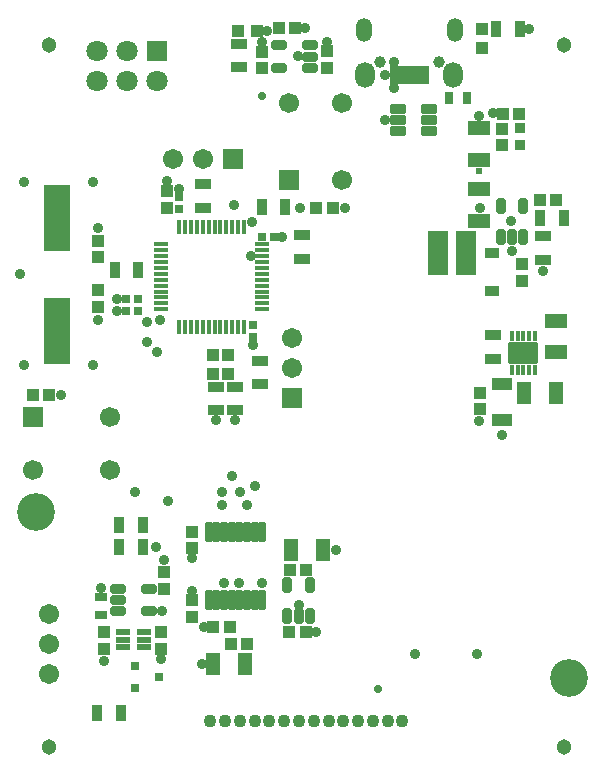
<source format=gbr>
%TF.GenerationSoftware,Altium Limited,Altium Designer,21.6.4 (81)*%
G04 Layer_Color=8388736*
%FSLAX43Y43*%
%MOMM*%
%TF.SameCoordinates,B20EAAAA-7FFA-483C-807E-B1D6702B97A4*%
%TF.FilePolarity,Negative*%
%TF.FileFunction,Soldermask,Top*%
%TF.Part,Single*%
G01*
G75*
%TA.AperFunction,SMDPad,CuDef*%
%ADD23R,1.219X0.914*%
%TA.AperFunction,ComponentPad*%
%ADD62C,1.701*%
%ADD63R,1.701X1.701*%
%ADD64C,1.103*%
%ADD65O,1.653X2.203*%
%ADD66O,1.353X2.003*%
%ADD67C,1.003*%
%ADD68R,1.803X1.803*%
%ADD69C,1.803*%
%TA.AperFunction,WasherPad*%
%ADD70C,1.303*%
%TA.AperFunction,ComponentPad*%
%ADD71C,1.703*%
%ADD72R,1.701X1.701*%
%ADD73R,1.703X1.703*%
%ADD74R,1.703X1.703*%
%TA.AperFunction,ViaPad*%
%ADD76C,0.903*%
%ADD77C,3.203*%
%TA.AperFunction,SMDPad,CuDef*%
%ADD78C,0.703*%
%ADD79R,0.903X1.453*%
%ADD80R,1.003X1.103*%
%ADD81R,1.453X0.903*%
%ADD82R,1.003X1.003*%
G04:AMPARAMS|DCode=83|XSize=1.853mm|YSize=2.583mm|CornerRadius=0.225mm|HoleSize=0mm|Usage=FLASHONLY|Rotation=90.000|XOffset=0mm|YOffset=0mm|HoleType=Round|Shape=RoundedRectangle|*
%AMROUNDEDRECTD83*
21,1,1.853,2.133,0,0,90.0*
21,1,1.403,2.583,0,0,90.0*
1,1,0.451,1.066,0.701*
1,1,0.451,1.066,-0.701*
1,1,0.451,-1.066,-0.701*
1,1,0.451,-1.066,0.701*
%
%ADD83ROUNDEDRECTD83*%
%ADD84R,0.453X0.903*%
%ADD85R,0.703X1.003*%
%ADD86R,1.803X1.053*%
%ADD87R,1.203X0.403*%
%ADD88R,0.403X1.203*%
%ADD89R,0.803X0.703*%
%ADD90R,1.103X1.003*%
%ADD91R,1.903X1.303*%
%ADD92R,1.303X1.903*%
G04:AMPARAMS|DCode=93|XSize=1.303mm|YSize=0.803mm|CornerRadius=0.123mm|HoleSize=0mm|Usage=FLASHONLY|Rotation=270.000|XOffset=0mm|YOffset=0mm|HoleType=Round|Shape=RoundedRectangle|*
%AMROUNDEDRECTD93*
21,1,1.303,0.558,0,0,270.0*
21,1,1.058,0.803,0,0,270.0*
1,1,0.245,-0.279,-0.529*
1,1,0.245,-0.279,0.529*
1,1,0.245,0.279,0.529*
1,1,0.245,0.279,-0.529*
%
%ADD93ROUNDEDRECTD93*%
%ADD94R,0.603X0.603*%
%TA.AperFunction,ConnectorPad*%
%ADD95R,0.653X1.503*%
%TA.AperFunction,SMDPad,CuDef*%
G04:AMPARAMS|DCode=96|XSize=0.44mm|YSize=1.14mm|CornerRadius=0mm|HoleSize=0mm|Usage=FLASHONLY|Rotation=90.000|XOffset=0mm|YOffset=0mm|HoleType=Round|Shape=RoundedRectangle|*
%AMROUNDEDRECTD96*
21,1,0.440,1.140,0,0,90.0*
21,1,0.440,1.140,0,0,90.0*
1,1,0.000,0.570,0.220*
1,1,0.000,0.570,-0.220*
1,1,0.000,-0.570,-0.220*
1,1,0.000,-0.570,0.220*
%
%ADD96ROUNDEDRECTD96*%
G04:AMPARAMS|DCode=97|XSize=1.303mm|YSize=0.803mm|CornerRadius=0.123mm|HoleSize=0mm|Usage=FLASHONLY|Rotation=180.000|XOffset=0mm|YOffset=0mm|HoleType=Round|Shape=RoundedRectangle|*
%AMROUNDEDRECTD97*
21,1,1.303,0.558,0,0,180.0*
21,1,1.058,0.803,0,0,180.0*
1,1,0.245,-0.529,0.279*
1,1,0.245,0.529,0.279*
1,1,0.245,0.529,-0.279*
1,1,0.245,-0.529,-0.279*
%
%ADD97ROUNDEDRECTD97*%
%ADD98R,0.903X0.953*%
%ADD99R,1.803X3.703*%
G04:AMPARAMS|DCode=100|XSize=0.653mm|YSize=1.703mm|CornerRadius=0.135mm|HoleSize=0mm|Usage=FLASHONLY|Rotation=180.000|XOffset=0mm|YOffset=0mm|HoleType=Round|Shape=RoundedRectangle|*
%AMROUNDEDRECTD100*
21,1,0.653,1.433,0,0,180.0*
21,1,0.383,1.703,0,0,180.0*
1,1,0.271,-0.191,0.716*
1,1,0.271,0.191,0.716*
1,1,0.271,0.191,-0.716*
1,1,0.271,-0.191,-0.716*
%
%ADD100ROUNDEDRECTD100*%
%ADD101R,2.203X5.703*%
%ADD102R,1.003X0.703*%
G04:AMPARAMS|DCode=103|XSize=0.803mm|YSize=1.303mm|CornerRadius=0.117mm|HoleSize=0mm|Usage=FLASHONLY|Rotation=270.000|XOffset=0mm|YOffset=0mm|HoleType=Round|Shape=RoundedRectangle|*
%AMROUNDEDRECTD103*
21,1,0.803,1.070,0,0,270.0*
21,1,0.570,1.303,0,0,270.0*
1,1,0.233,-0.535,-0.285*
1,1,0.233,-0.535,0.285*
1,1,0.233,0.535,0.285*
1,1,0.233,0.535,-0.285*
%
%ADD103ROUNDEDRECTD103*%
%ADD104R,1.003X1.003*%
%ADD105R,0.703X0.803*%
D23*
X40750Y41712D02*
D03*
Y44988D02*
D03*
D62*
X23550Y57650D02*
D03*
X28050D02*
D03*
Y51150D02*
D03*
X1900Y26600D02*
D03*
X8400D02*
D03*
Y31100D02*
D03*
D63*
X23550Y51150D02*
D03*
D64*
X16900Y5350D02*
D03*
X18150D02*
D03*
X19400D02*
D03*
X20650D02*
D03*
X21900D02*
D03*
X23150D02*
D03*
X24400D02*
D03*
X25650D02*
D03*
X26900D02*
D03*
X28150D02*
D03*
X29400D02*
D03*
X30650D02*
D03*
X31900D02*
D03*
X33150D02*
D03*
D65*
X37475Y60050D02*
D03*
X30025D02*
D03*
D66*
X37625Y63850D02*
D03*
X29875D02*
D03*
D67*
X36250Y61100D02*
D03*
X31250D02*
D03*
D68*
X12400Y62040D02*
D03*
D69*
Y59500D02*
D03*
X9860Y62040D02*
D03*
Y59500D02*
D03*
X7320Y62040D02*
D03*
Y59500D02*
D03*
D70*
X3200Y62550D02*
D03*
Y3150D02*
D03*
X46800D02*
D03*
Y62550D02*
D03*
D71*
X3250Y14380D02*
D03*
Y11840D02*
D03*
Y9300D02*
D03*
X16240Y52950D02*
D03*
X13700D02*
D03*
X23800Y35210D02*
D03*
Y37750D02*
D03*
D72*
X1900Y31100D02*
D03*
D73*
X18780Y52950D02*
D03*
D74*
X23800Y32670D02*
D03*
D76*
X12600Y39300D02*
D03*
X18900Y49050D02*
D03*
X28300Y48750D02*
D03*
X24500Y48800D02*
D03*
X20400Y47550D02*
D03*
X18950Y30850D02*
D03*
X39650Y30700D02*
D03*
X41550Y29550D02*
D03*
X10550Y24750D02*
D03*
X21300Y17000D02*
D03*
X19350D02*
D03*
X18050D02*
D03*
X34200Y11050D02*
D03*
X39450D02*
D03*
X4250Y32950D02*
D03*
X7600Y16600D02*
D03*
X12750Y10600D02*
D03*
X12775Y14625D02*
D03*
X7850Y10400D02*
D03*
X13000Y18950D02*
D03*
X12300Y20050D02*
D03*
X12400Y36550D02*
D03*
X31700Y56200D02*
D03*
X20372Y44700D02*
D03*
X24400Y15175D02*
D03*
X19400Y24750D02*
D03*
X20650Y25200D02*
D03*
X18700Y26050D02*
D03*
X42450Y45150D02*
D03*
X39700Y48800D02*
D03*
X42350Y47700D02*
D03*
X42700Y36100D02*
D03*
X44100Y36900D02*
D03*
X39600Y56550D02*
D03*
X40800Y56800D02*
D03*
X44100Y36100D02*
D03*
X42700Y36900D02*
D03*
X45100Y43450D02*
D03*
X20500Y37150D02*
D03*
X16350Y13300D02*
D03*
X25850Y12850D02*
D03*
X27550Y19850D02*
D03*
X11500Y37450D02*
D03*
X24350Y61650D02*
D03*
X16150Y10150D02*
D03*
X21250Y62800D02*
D03*
X26800Y62850D02*
D03*
X24900Y64050D02*
D03*
X21650Y63800D02*
D03*
X32450Y58950D02*
D03*
X31700Y60050D02*
D03*
X32450Y61100D02*
D03*
X43850Y63900D02*
D03*
X23000Y46350D02*
D03*
X14275Y50425D02*
D03*
X13200Y51050D02*
D03*
X17350Y30850D02*
D03*
X750Y43200D02*
D03*
X7350Y39300D02*
D03*
X7000Y35450D02*
D03*
X1100D02*
D03*
X1150Y51000D02*
D03*
X6950D02*
D03*
X7350Y47100D02*
D03*
X15300Y19150D02*
D03*
Y16350D02*
D03*
X13286Y23964D02*
D03*
X20000Y23650D02*
D03*
X17900D02*
D03*
Y24750D02*
D03*
X11500Y39150D02*
D03*
X9000Y40050D02*
D03*
Y41100D02*
D03*
D77*
X47250Y9000D02*
D03*
X2150Y23050D02*
D03*
D78*
X21250Y58250D02*
D03*
X31100Y8050D02*
D03*
D79*
X21250Y48850D02*
D03*
X23250D02*
D03*
X7300Y6000D02*
D03*
X9300D02*
D03*
X9200Y21900D02*
D03*
X11200D02*
D03*
Y20050D02*
D03*
X9200D02*
D03*
X46800Y47900D02*
D03*
X44800D02*
D03*
X43100Y63900D02*
D03*
X41100D02*
D03*
X8800Y43500D02*
D03*
X10800D02*
D03*
D80*
X25850Y48800D02*
D03*
X27250D02*
D03*
X46200Y49450D02*
D03*
X44800D02*
D03*
X17150Y13300D02*
D03*
X18550D02*
D03*
X41650Y56750D02*
D03*
X43050D02*
D03*
X24950Y12900D02*
D03*
X23550D02*
D03*
X1850Y32950D02*
D03*
X3250D02*
D03*
X25000Y18150D02*
D03*
X23600D02*
D03*
X20000Y11850D02*
D03*
X18600D02*
D03*
X24100Y64050D02*
D03*
X22700D02*
D03*
D81*
X19000Y33650D02*
D03*
Y31650D02*
D03*
X40800Y38000D02*
D03*
Y36000D02*
D03*
X45100Y46400D02*
D03*
Y44400D02*
D03*
X16250Y48800D02*
D03*
Y50800D02*
D03*
X17350Y33650D02*
D03*
Y31650D02*
D03*
X19350Y62700D02*
D03*
Y60700D02*
D03*
X21100Y35850D02*
D03*
Y33850D02*
D03*
X24650Y46450D02*
D03*
Y44450D02*
D03*
D82*
X18400Y36300D02*
D03*
Y34700D02*
D03*
X39900Y63900D02*
D03*
Y62300D02*
D03*
X17150Y36300D02*
D03*
Y34700D02*
D03*
D83*
X43400Y36500D02*
D03*
D84*
Y35070D02*
D03*
X43900D02*
D03*
X44400D02*
D03*
X42900D02*
D03*
X42400D02*
D03*
Y37930D02*
D03*
X42900D02*
D03*
X44400D02*
D03*
X43900D02*
D03*
X43400D02*
D03*
D85*
X37100Y58100D02*
D03*
X38600D02*
D03*
D86*
X41550Y33875D02*
D03*
Y30825D02*
D03*
D87*
X21250Y45700D02*
D03*
X12750Y41700D02*
D03*
Y45700D02*
D03*
X21250Y43200D02*
D03*
Y41700D02*
D03*
Y44200D02*
D03*
Y43700D02*
D03*
X12750Y40200D02*
D03*
X21250D02*
D03*
Y41200D02*
D03*
Y40700D02*
D03*
X12750Y42700D02*
D03*
X21250Y44700D02*
D03*
X12750Y43200D02*
D03*
Y43700D02*
D03*
X21250Y42200D02*
D03*
X12750Y45200D02*
D03*
Y44700D02*
D03*
X21250Y42700D02*
D03*
X12750Y40700D02*
D03*
Y44200D02*
D03*
X21250Y45200D02*
D03*
X12750Y42200D02*
D03*
Y41200D02*
D03*
D88*
X19750Y38700D02*
D03*
X18750D02*
D03*
X15750Y47200D02*
D03*
X16750D02*
D03*
X18250Y38700D02*
D03*
X15250Y47200D02*
D03*
X14250D02*
D03*
X16750Y38700D02*
D03*
X14250D02*
D03*
X15750D02*
D03*
X16250D02*
D03*
X15250D02*
D03*
X19750Y47200D02*
D03*
X16250D02*
D03*
X14750Y38700D02*
D03*
X19250D02*
D03*
X17750D02*
D03*
X14750Y47200D02*
D03*
X17250Y38700D02*
D03*
X18250Y47200D02*
D03*
X18750D02*
D03*
X19250D02*
D03*
X17750D02*
D03*
X17250D02*
D03*
D89*
X10550Y8100D02*
D03*
Y10000D02*
D03*
X12550Y9050D02*
D03*
X9750Y41100D02*
D03*
X10750D02*
D03*
X9750Y40050D02*
D03*
X10750D02*
D03*
X21300Y46350D02*
D03*
X22300D02*
D03*
D90*
X7850Y12850D02*
D03*
Y11450D02*
D03*
X39700Y31750D02*
D03*
Y33150D02*
D03*
X41550Y55500D02*
D03*
Y54100D02*
D03*
X43300Y44000D02*
D03*
Y42600D02*
D03*
X15300Y21350D02*
D03*
Y19950D02*
D03*
X15300Y14150D02*
D03*
Y15550D02*
D03*
X13000Y17950D02*
D03*
Y16550D02*
D03*
X12750Y12850D02*
D03*
Y11450D02*
D03*
X13200Y50200D02*
D03*
Y48800D02*
D03*
X7350Y44600D02*
D03*
Y46000D02*
D03*
X7350Y41800D02*
D03*
Y40400D02*
D03*
X26800Y62050D02*
D03*
Y60650D02*
D03*
X21250Y62000D02*
D03*
Y60600D02*
D03*
D91*
X46200Y36550D02*
D03*
Y39250D02*
D03*
X39650Y52850D02*
D03*
Y55550D02*
D03*
X39675Y50400D02*
D03*
Y47700D02*
D03*
D92*
X46150Y33100D02*
D03*
X43450D02*
D03*
X23700Y19850D02*
D03*
X26400D02*
D03*
X17150Y10150D02*
D03*
X19850D02*
D03*
D93*
X41500Y46350D02*
D03*
X42450D02*
D03*
X43400D02*
D03*
Y48950D02*
D03*
X41500D02*
D03*
X23418Y14258D02*
D03*
X24368D02*
D03*
X25318D02*
D03*
Y16858D02*
D03*
X23418D02*
D03*
D94*
X39650Y51950D02*
D03*
D95*
X35050Y60050D02*
D03*
X32450D02*
D03*
X34400D02*
D03*
X33750D02*
D03*
X33100D02*
D03*
D96*
X9510Y12870D02*
D03*
Y12220D02*
D03*
Y11570D02*
D03*
X11310D02*
D03*
Y12220D02*
D03*
Y12870D02*
D03*
D97*
X9075Y16525D02*
D03*
Y15575D02*
D03*
Y14625D02*
D03*
X11675D02*
D03*
Y16525D02*
D03*
X25325Y60650D02*
D03*
Y61600D02*
D03*
Y62550D02*
D03*
X22725D02*
D03*
Y60650D02*
D03*
D98*
X43100Y54075D02*
D03*
Y55525D02*
D03*
D99*
X36150Y44950D02*
D03*
X38550D02*
D03*
D100*
X21300Y21350D02*
D03*
X20650D02*
D03*
X20000D02*
D03*
X19350D02*
D03*
X18700D02*
D03*
X18050D02*
D03*
X17400D02*
D03*
X16750D02*
D03*
Y15550D02*
D03*
X17400D02*
D03*
X18050D02*
D03*
X18700D02*
D03*
X19350D02*
D03*
X20000D02*
D03*
X20650D02*
D03*
X21300D02*
D03*
D101*
X3950Y38400D02*
D03*
Y47900D02*
D03*
D102*
X7600Y14350D02*
D03*
Y15850D02*
D03*
D103*
X35400Y57200D02*
D03*
Y56250D02*
D03*
Y55300D02*
D03*
X32800D02*
D03*
Y56250D02*
D03*
Y57200D02*
D03*
D104*
X19250Y63800D02*
D03*
X20850D02*
D03*
D105*
X20500Y38850D02*
D03*
Y37850D02*
D03*
X14250Y48700D02*
D03*
Y49700D02*
D03*
%TF.MD5,c57c051f24e8e42af6c88ae398d13de1*%
M02*

</source>
